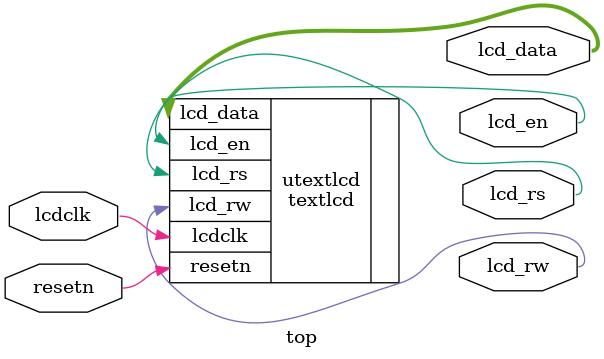
<source format=v>
`timescale 1ns / 1ps


module top(
    input wire resetn,
    input wire lcdclk,
    output wire lcd_rs,
    output wire lcd_rw,
    output wire lcd_en,
    output wire [7:0] lcd_data
    );

textlcd utextlcd (.resetn(resetn), .lcdclk(lcdclk), .lcd_rs(lcd_rs), .lcd_rw(lcd_rw), .lcd_en(lcd_en), .lcd_data(lcd_data));

endmodule

</source>
